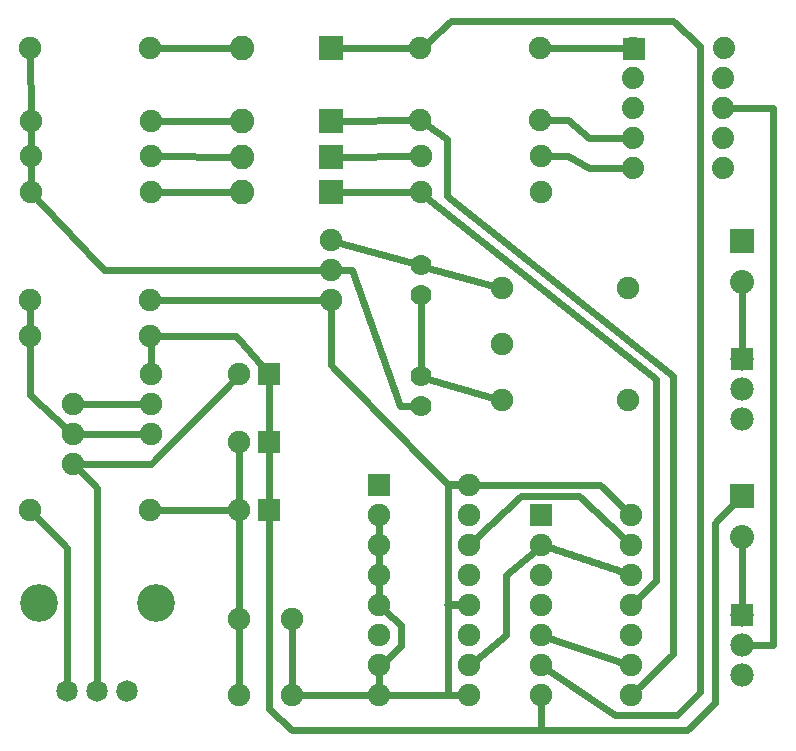
<source format=gtl>
G04 MADE WITH FRITZING*
G04 WWW.FRITZING.ORG*
G04 DOUBLE SIDED*
G04 HOLES PLATED*
G04 CONTOUR ON CENTER OF CONTOUR VECTOR*
%ASAXBY*%
%FSLAX23Y23*%
%MOIN*%
%OFA0B0*%
%SFA1.0B1.0*%
%ADD10C,0.075000*%
%ADD11C,0.082000*%
%ADD12C,0.075118*%
%ADD13C,0.080000*%
%ADD14C,0.074803*%
%ADD15C,0.074000*%
%ADD16C,0.078000*%
%ADD17C,0.071889*%
%ADD18C,0.071917*%
%ADD19C,0.124033*%
%ADD20C,0.070000*%
%ADD21C,0.125984*%
%ADD22R,0.082000X0.082000*%
%ADD23R,0.080000X0.080000*%
%ADD24R,0.075000X0.075000*%
%ADD25R,0.074000X0.074000*%
%ADD26R,0.078000X0.078000*%
%ADD27C,0.024000*%
%ADD28R,0.001000X0.001000*%
%LNCOPPER1*%
G90*
G70*
G54D10*
X537Y1513D03*
X137Y1513D03*
X137Y1393D03*
X537Y1393D03*
X137Y813D03*
X537Y813D03*
X138Y1873D03*
X538Y1873D03*
X138Y1993D03*
X538Y1993D03*
X138Y2112D03*
X538Y2112D03*
X137Y2353D03*
X537Y2353D03*
G54D11*
X1140Y1992D03*
X842Y1992D03*
X1140Y2111D03*
X842Y2111D03*
G54D12*
X2129Y1555D03*
X1708Y1555D03*
X1708Y1181D03*
X2129Y1181D03*
X2129Y1555D03*
X1708Y1555D03*
X1708Y1181D03*
X2129Y1181D03*
G54D13*
X2508Y862D03*
X2508Y725D03*
G54D14*
X1708Y1368D03*
G54D10*
X1840Y796D03*
X2140Y796D03*
X1840Y696D03*
X2140Y696D03*
X1840Y596D03*
X2140Y596D03*
X1840Y496D03*
X2140Y496D03*
X1840Y396D03*
X2140Y396D03*
X1840Y296D03*
X2140Y296D03*
X1840Y196D03*
X2140Y196D03*
X1300Y896D03*
X1600Y896D03*
X1300Y796D03*
X1600Y796D03*
X1300Y696D03*
X1600Y696D03*
X1300Y596D03*
X1600Y596D03*
X1300Y496D03*
X1600Y496D03*
X1300Y396D03*
X1600Y396D03*
X1300Y296D03*
X1600Y296D03*
X1300Y196D03*
X1600Y196D03*
G54D13*
X2508Y1712D03*
X2508Y1574D03*
G54D10*
X1011Y452D03*
X1011Y196D03*
X834Y452D03*
X834Y196D03*
G54D15*
X2147Y2353D03*
X2147Y2253D03*
X2147Y2153D03*
X2147Y2053D03*
X2147Y1954D03*
X2447Y1954D03*
X2447Y2053D03*
X2447Y2153D03*
X2447Y2253D03*
X2448Y2353D03*
G54D10*
X1437Y2353D03*
X1837Y2353D03*
X1437Y2113D03*
X1837Y2113D03*
X1838Y1993D03*
X1438Y1993D03*
X1838Y1873D03*
X1438Y1873D03*
G54D16*
X2508Y465D03*
X2508Y365D03*
X2508Y265D03*
G54D17*
X260Y209D03*
X360Y209D03*
G54D18*
X460Y209D03*
G54D19*
X166Y504D03*
X555Y504D03*
G54D11*
X1140Y2354D03*
X842Y2354D03*
G54D10*
X281Y1166D03*
X281Y1066D03*
X281Y966D03*
X1141Y1713D03*
X1141Y1613D03*
X1141Y1513D03*
X539Y1066D03*
X539Y1166D03*
X539Y1266D03*
G54D20*
X1438Y1159D03*
X1438Y1259D03*
X1438Y1629D03*
X1438Y1529D03*
G54D10*
X934Y1266D03*
X834Y1266D03*
X934Y1040D03*
X834Y1040D03*
X933Y814D03*
X833Y814D03*
G54D11*
X1140Y1873D03*
X842Y1873D03*
G54D16*
X2508Y1316D03*
X2508Y1216D03*
X2508Y1116D03*
G54D21*
X166Y503D03*
X556Y503D03*
G54D22*
X1141Y1992D03*
X1141Y2111D03*
G54D23*
X2508Y862D03*
G54D24*
X1840Y796D03*
X1300Y896D03*
G54D23*
X2508Y1712D03*
G54D25*
X2148Y2352D03*
G54D26*
X2508Y465D03*
G54D22*
X1141Y2354D03*
G54D24*
X934Y1266D03*
X934Y1040D03*
X933Y814D03*
G54D22*
X1141Y1873D03*
G54D26*
X2508Y1316D03*
G54D27*
X1011Y423D02*
X1011Y225D01*
D02*
X834Y423D02*
X834Y225D01*
D02*
X1866Y2353D02*
X2116Y2353D01*
D02*
X2000Y2053D02*
X2116Y2053D01*
D02*
X1930Y2113D02*
X2000Y2053D01*
D02*
X1866Y2113D02*
X1930Y2113D01*
D02*
X2001Y1954D02*
X2116Y1954D01*
D02*
X1930Y1993D02*
X2001Y1954D01*
D02*
X1867Y1993D02*
X1930Y1993D01*
D02*
X137Y1422D02*
X137Y1485D01*
D02*
X137Y1196D02*
X260Y1085D01*
D02*
X137Y1364D02*
X137Y1196D01*
D02*
X310Y1066D02*
X511Y1066D01*
D02*
X539Y1295D02*
X538Y1364D01*
D02*
X822Y1393D02*
X915Y1287D01*
D02*
X566Y1393D02*
X822Y1393D01*
D02*
X934Y1237D02*
X934Y1068D01*
D02*
X934Y1011D02*
X933Y842D01*
D02*
X260Y687D02*
X157Y793D01*
D02*
X260Y242D02*
X260Y687D01*
D02*
X805Y814D02*
X566Y813D01*
D02*
X833Y842D02*
X834Y1011D01*
D02*
X833Y785D02*
X834Y481D01*
D02*
X138Y1964D02*
X138Y1902D01*
D02*
X138Y2022D02*
X138Y2084D01*
D02*
X138Y2141D02*
X137Y2325D01*
D02*
X1370Y1159D02*
X1412Y1159D01*
D02*
X1211Y1613D02*
X1370Y1159D01*
D02*
X1170Y1613D02*
X1211Y1613D01*
D02*
X810Y1873D02*
X567Y1873D01*
D02*
X810Y1992D02*
X567Y1993D01*
D02*
X810Y2112D02*
X566Y2112D01*
D02*
X810Y2354D02*
X566Y2353D01*
D02*
X1463Y1622D02*
X1671Y1565D01*
D02*
X1168Y1705D02*
X1413Y1636D01*
D02*
X1463Y1252D02*
X1671Y1191D01*
D02*
X1438Y1503D02*
X1438Y1285D01*
D02*
X2508Y496D02*
X2508Y694D01*
D02*
X1409Y2353D02*
X1172Y2354D01*
D02*
X1539Y2443D02*
X2278Y2443D01*
D02*
X2371Y2359D02*
X2371Y206D01*
D02*
X2371Y206D02*
X2292Y130D01*
D02*
X2085Y130D02*
X1864Y280D01*
D02*
X2292Y130D02*
X2085Y130D01*
D02*
X2278Y2443D02*
X2371Y2359D01*
D02*
X1459Y2372D02*
X1539Y2443D01*
D02*
X511Y1166D02*
X310Y1166D01*
D02*
X538Y966D02*
X813Y1245D01*
D02*
X310Y966D02*
X538Y966D01*
D02*
X360Y888D02*
X360Y242D01*
D02*
X302Y946D02*
X360Y888D01*
D02*
X1722Y397D02*
X1622Y314D01*
D02*
X1722Y597D02*
X1722Y397D01*
D02*
X1818Y678D02*
X1722Y597D01*
D02*
X2222Y1249D02*
X2222Y576D01*
D02*
X2222Y576D02*
X2161Y516D01*
D02*
X1460Y1855D02*
X2222Y1249D01*
D02*
X1172Y1873D02*
X1409Y1873D01*
D02*
X1967Y860D02*
X1772Y860D01*
D02*
X1772Y860D02*
X1621Y716D01*
D02*
X2119Y716D02*
X1967Y860D01*
D02*
X1867Y387D02*
X2113Y305D01*
D02*
X1525Y2049D02*
X1525Y1860D01*
D02*
X1525Y1860D02*
X2280Y1260D01*
D02*
X2280Y1260D02*
X2280Y334D01*
D02*
X2280Y334D02*
X2160Y216D01*
D02*
X1460Y2096D02*
X1525Y2049D01*
D02*
X1172Y2112D02*
X1409Y2113D01*
D02*
X1172Y1992D02*
X1410Y1993D01*
D02*
X2614Y365D02*
X2538Y365D01*
D02*
X2614Y2153D02*
X2614Y365D01*
D02*
X2479Y2153D02*
X2614Y2153D01*
D02*
X566Y1513D02*
X1112Y1513D01*
D02*
X1531Y896D02*
X1571Y896D01*
D02*
X1141Y1298D02*
X1531Y896D01*
D02*
X1141Y1484D02*
X1141Y1298D01*
D02*
X2037Y896D02*
X1628Y896D01*
D02*
X2119Y816D02*
X2037Y896D01*
D02*
X1530Y496D02*
X1571Y496D01*
D02*
X1530Y896D02*
X1530Y496D01*
D02*
X1530Y196D02*
X1571Y196D01*
D02*
X1530Y496D02*
X1530Y196D01*
D02*
X1571Y196D02*
X1328Y196D01*
D02*
X1300Y225D02*
X1300Y267D01*
D02*
X1373Y359D02*
X1373Y432D01*
D02*
X1373Y432D02*
X1321Y477D01*
D02*
X1322Y315D02*
X1373Y359D01*
D02*
X1300Y525D02*
X1300Y567D01*
D02*
X1300Y625D02*
X1300Y667D01*
D02*
X1300Y725D02*
X1300Y767D01*
D02*
X2420Y169D02*
X2420Y771D01*
D02*
X1840Y82D02*
X2327Y82D01*
D02*
X2327Y82D02*
X2420Y169D01*
D02*
X2420Y771D02*
X2486Y840D01*
D02*
X1840Y168D02*
X1840Y82D01*
D02*
X1271Y196D02*
X1040Y196D01*
D02*
X2508Y1543D02*
X2508Y1346D01*
D02*
X933Y150D02*
X933Y785D01*
D02*
X1011Y82D02*
X933Y150D01*
D02*
X1840Y82D02*
X1011Y82D01*
D02*
X1840Y168D02*
X1840Y82D01*
D02*
X382Y1613D02*
X1112Y1613D01*
D02*
X158Y1852D02*
X382Y1613D01*
G54D28*
X1529Y909D02*
X1600Y909D01*
X1525Y908D02*
X1604Y908D01*
X1523Y907D02*
X1605Y907D01*
X1522Y906D02*
X1607Y906D01*
X1521Y905D02*
X1608Y905D01*
X1520Y904D02*
X1608Y904D01*
X1520Y903D02*
X1609Y903D01*
X1519Y902D02*
X1610Y902D01*
X1519Y901D02*
X1610Y901D01*
X1519Y900D02*
X1610Y900D01*
X1518Y899D02*
X1610Y899D01*
X1518Y898D02*
X1611Y898D01*
X1518Y897D02*
X1611Y897D01*
X1518Y896D02*
X1611Y896D01*
X1518Y895D02*
X1610Y895D01*
X1519Y894D02*
X1610Y894D01*
X1519Y893D02*
X1610Y893D01*
X1519Y892D02*
X1609Y892D01*
X1520Y891D02*
X1609Y891D01*
X1521Y890D02*
X1608Y890D01*
X1521Y889D02*
X1607Y889D01*
X1522Y888D02*
X1606Y888D01*
X1524Y887D02*
X1605Y887D01*
X1526Y886D02*
X1603Y886D01*
X1836Y709D02*
X1843Y709D01*
X1834Y708D02*
X1846Y708D01*
X1832Y707D02*
X1849Y707D01*
X1831Y706D02*
X1852Y706D01*
X1830Y705D02*
X1855Y705D01*
X1830Y704D02*
X1858Y704D01*
X1829Y703D02*
X1861Y703D01*
X1829Y702D02*
X1864Y702D01*
X1828Y701D02*
X1867Y701D01*
X1828Y700D02*
X1870Y700D01*
X1828Y699D02*
X1873Y699D01*
X1828Y698D02*
X1876Y698D01*
X1828Y697D02*
X1879Y697D01*
X1828Y696D02*
X1882Y696D01*
X1828Y695D02*
X1885Y695D01*
X1828Y694D02*
X1888Y694D01*
X1829Y693D02*
X1891Y693D01*
X1829Y692D02*
X1894Y692D01*
X1830Y691D02*
X1897Y691D01*
X1831Y690D02*
X1900Y690D01*
X1831Y689D02*
X1903Y689D01*
X1833Y688D02*
X1906Y688D01*
X1834Y687D02*
X1909Y687D01*
X1837Y686D02*
X1912Y686D01*
X1840Y685D02*
X1915Y685D01*
X1843Y684D02*
X1918Y684D01*
X1846Y683D02*
X1921Y683D01*
X1849Y682D02*
X1924Y682D01*
X1852Y681D02*
X1927Y681D01*
X1855Y680D02*
X1930Y680D01*
X1858Y679D02*
X1933Y679D01*
X1861Y678D02*
X1936Y678D01*
X1864Y677D02*
X1939Y677D01*
X1867Y676D02*
X1942Y676D01*
X1870Y675D02*
X1945Y675D01*
X1873Y674D02*
X1948Y674D01*
X1876Y673D02*
X1951Y673D01*
X1879Y672D02*
X1954Y672D01*
X1882Y671D02*
X1957Y671D01*
X1885Y670D02*
X1960Y670D01*
X1888Y669D02*
X1963Y669D01*
X1891Y668D02*
X1966Y668D01*
X1894Y667D02*
X1969Y667D01*
X1897Y666D02*
X1972Y666D01*
X1900Y665D02*
X1975Y665D01*
X1903Y664D02*
X1978Y664D01*
X1906Y663D02*
X1981Y663D01*
X1909Y662D02*
X1984Y662D01*
X1912Y661D02*
X1987Y661D01*
X1915Y660D02*
X1990Y660D01*
X1918Y659D02*
X1993Y659D01*
X1921Y658D02*
X1996Y658D01*
X1924Y657D02*
X1999Y657D01*
X1927Y656D02*
X2002Y656D01*
X1930Y655D02*
X2005Y655D01*
X1933Y654D02*
X2008Y654D01*
X1936Y653D02*
X2011Y653D01*
X1939Y652D02*
X2014Y652D01*
X1942Y651D02*
X2017Y651D01*
X1945Y650D02*
X2020Y650D01*
X1948Y649D02*
X2023Y649D01*
X1951Y648D02*
X2026Y648D01*
X1954Y647D02*
X2029Y647D01*
X1957Y646D02*
X2032Y646D01*
X1960Y645D02*
X2035Y645D01*
X1963Y644D02*
X2038Y644D01*
X1966Y643D02*
X2041Y643D01*
X1969Y642D02*
X2044Y642D01*
X1972Y641D02*
X2047Y641D01*
X1975Y640D02*
X2050Y640D01*
X1978Y639D02*
X2053Y639D01*
X1981Y638D02*
X2056Y638D01*
X1984Y637D02*
X2059Y637D01*
X1987Y636D02*
X2062Y636D01*
X1990Y635D02*
X2065Y635D01*
X1993Y634D02*
X2068Y634D01*
X1996Y633D02*
X2071Y633D01*
X1999Y632D02*
X2074Y632D01*
X2002Y631D02*
X2077Y631D01*
X2005Y630D02*
X2080Y630D01*
X2008Y629D02*
X2083Y629D01*
X2011Y628D02*
X2086Y628D01*
X2014Y627D02*
X2089Y627D01*
X2017Y626D02*
X2092Y626D01*
X2020Y625D02*
X2095Y625D01*
X2023Y624D02*
X2098Y624D01*
X2026Y623D02*
X2101Y623D01*
X2029Y622D02*
X2104Y622D01*
X2032Y621D02*
X2107Y621D01*
X2035Y620D02*
X2110Y620D01*
X2038Y619D02*
X2113Y619D01*
X2041Y618D02*
X2116Y618D01*
X2044Y617D02*
X2119Y617D01*
X2047Y616D02*
X2122Y616D01*
X2050Y615D02*
X2125Y615D01*
X2053Y614D02*
X2128Y614D01*
X2056Y613D02*
X2131Y613D01*
X2059Y612D02*
X2134Y612D01*
X2062Y611D02*
X2137Y611D01*
X2065Y610D02*
X2140Y610D01*
X2068Y609D02*
X2143Y609D01*
X2071Y608D02*
X2145Y608D01*
X2074Y607D02*
X2146Y607D01*
X2077Y606D02*
X2147Y606D01*
X2080Y605D02*
X2148Y605D01*
X2083Y604D02*
X2149Y604D01*
X2086Y603D02*
X2149Y603D01*
X2089Y602D02*
X2150Y602D01*
X2092Y601D02*
X2150Y601D01*
X2095Y600D02*
X2150Y600D01*
X2098Y599D02*
X2151Y599D01*
X2101Y598D02*
X2151Y598D01*
X2104Y597D02*
X2151Y597D01*
X2107Y596D02*
X2151Y596D01*
X2110Y595D02*
X2150Y595D01*
X2113Y594D02*
X2150Y594D01*
X2116Y593D02*
X2150Y593D01*
X2119Y592D02*
X2149Y592D01*
X2122Y591D02*
X2149Y591D01*
X2125Y590D02*
X2148Y590D01*
X2128Y589D02*
X2147Y589D01*
X2131Y588D02*
X2146Y588D01*
X2134Y587D02*
X2144Y587D01*
X2137Y586D02*
X2141Y586D01*
X1528Y509D02*
X1601Y509D01*
X1525Y508D02*
X1604Y508D01*
X1523Y507D02*
X1606Y507D01*
X1522Y506D02*
X1607Y506D01*
X1521Y505D02*
X1608Y505D01*
X1520Y504D02*
X1609Y504D01*
X1520Y503D02*
X1609Y503D01*
X1519Y502D02*
X1610Y502D01*
X1519Y501D02*
X1610Y501D01*
X1519Y500D02*
X1610Y500D01*
X1518Y499D02*
X1610Y499D01*
X1518Y498D02*
X1611Y498D01*
X1518Y497D02*
X1611Y497D01*
X1518Y496D02*
X1611Y496D01*
X1518Y495D02*
X1610Y495D01*
X1519Y494D02*
X1610Y494D01*
X1519Y493D02*
X1610Y493D01*
X1519Y492D02*
X1609Y492D01*
X1520Y491D02*
X1609Y491D01*
X1521Y490D02*
X1608Y490D01*
X1522Y489D02*
X1607Y489D01*
X1523Y488D02*
X1606Y488D01*
X1524Y487D02*
X1605Y487D01*
X1526Y486D02*
X1603Y486D01*
D02*
G04 End of Copper1*
M02*
</source>
